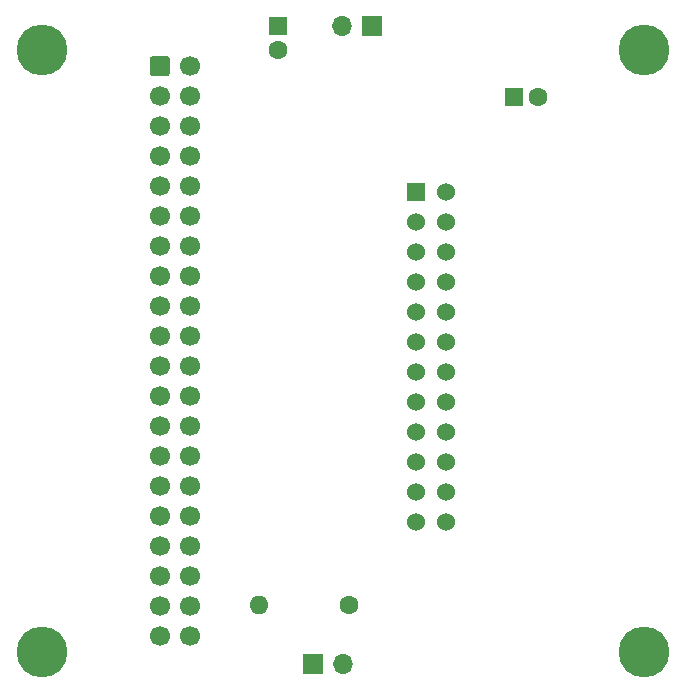
<source format=gbr>
%TF.GenerationSoftware,KiCad,Pcbnew,(5.1.10)-1*%
%TF.CreationDate,2021-09-06T21:49:58-04:00*%
%TF.ProjectId,3to4_Adapter,33746f34-5f41-4646-9170-7465722e6b69,v2*%
%TF.SameCoordinates,Original*%
%TF.FileFunction,Soldermask,Bot*%
%TF.FilePolarity,Negative*%
%FSLAX46Y46*%
G04 Gerber Fmt 4.6, Leading zero omitted, Abs format (unit mm)*
G04 Created by KiCad (PCBNEW (5.1.10)-1) date 2021-09-06 21:49:58*
%MOMM*%
%LPD*%
G01*
G04 APERTURE LIST*
%ADD10O,1.700000X1.700000*%
%ADD11R,1.700000X1.700000*%
%ADD12O,1.600000X1.600000*%
%ADD13C,1.600000*%
%ADD14R,1.600000X1.600000*%
%ADD15C,1.530000*%
%ADD16R,1.530000X1.530000*%
%ADD17C,4.300000*%
%ADD18C,1.700000*%
G04 APERTURE END LIST*
D10*
%TO.C,J4*%
X142460000Y-77000000D03*
D11*
X145000000Y-77000000D03*
%TD*%
D12*
%TO.C,R1*%
X135380000Y-126000000D03*
D13*
X143000000Y-126000000D03*
%TD*%
D10*
%TO.C,J3*%
X142540000Y-131000000D03*
D11*
X140000000Y-131000000D03*
%TD*%
D13*
%TO.C,C2*%
X159000000Y-83000000D03*
D14*
X157000000Y-83000000D03*
%TD*%
D13*
%TO.C,C1*%
X137000000Y-79000000D03*
D14*
X137000000Y-77000000D03*
%TD*%
D15*
%TO.C,J2*%
X151270000Y-118970000D03*
X148730000Y-118970000D03*
X151270000Y-116430000D03*
X148730000Y-116430000D03*
X151270000Y-113890000D03*
X148730000Y-113890000D03*
X151270000Y-111350000D03*
X148730000Y-111350000D03*
X151270000Y-108810000D03*
X148730000Y-108810000D03*
X151270000Y-106270000D03*
X148730000Y-106270000D03*
X151270000Y-103730000D03*
X148730000Y-103730000D03*
X151270000Y-101190000D03*
X148730000Y-101190000D03*
X151270000Y-98650000D03*
X148730000Y-98650000D03*
X151270000Y-96110000D03*
X148730000Y-96110000D03*
X151270000Y-93570000D03*
X148730000Y-93570000D03*
X151270000Y-91030000D03*
D16*
X148730000Y-91030000D03*
%TD*%
D17*
%TO.C,H4*%
X168000000Y-130000000D03*
%TD*%
%TO.C,H3*%
X168000000Y-79000000D03*
%TD*%
%TO.C,H2*%
X117000000Y-130000000D03*
%TD*%
%TO.C,H1*%
X117000000Y-79000000D03*
%TD*%
D18*
%TO.C,J1*%
X129540000Y-128660000D03*
X129540000Y-126120000D03*
X129540000Y-123580000D03*
X129540000Y-121040000D03*
X129540000Y-118500000D03*
X129540000Y-115960000D03*
X129540000Y-113420000D03*
X129540000Y-110880000D03*
X129540000Y-108340000D03*
X129540000Y-105800000D03*
X129540000Y-103260000D03*
X129540000Y-100720000D03*
X129540000Y-98180000D03*
X129540000Y-95640000D03*
X129540000Y-93100000D03*
X129540000Y-90560000D03*
X129540000Y-88020000D03*
X129540000Y-85480000D03*
X129540000Y-82940000D03*
X129540000Y-80400000D03*
X127000000Y-128660000D03*
X127000000Y-126120000D03*
X127000000Y-123580000D03*
X127000000Y-121040000D03*
X127000000Y-118500000D03*
X127000000Y-115960000D03*
X127000000Y-113420000D03*
X127000000Y-110880000D03*
X127000000Y-108340000D03*
X127000000Y-105800000D03*
X127000000Y-103260000D03*
X127000000Y-100720000D03*
X127000000Y-98180000D03*
X127000000Y-95640000D03*
X127000000Y-93100000D03*
X127000000Y-90560000D03*
X127000000Y-88020000D03*
X127000000Y-85480000D03*
X127000000Y-82940000D03*
G36*
G01*
X126150000Y-81000000D02*
X126150000Y-79800000D01*
G75*
G02*
X126400000Y-79550000I250000J0D01*
G01*
X127600000Y-79550000D01*
G75*
G02*
X127850000Y-79800000I0J-250000D01*
G01*
X127850000Y-81000000D01*
G75*
G02*
X127600000Y-81250000I-250000J0D01*
G01*
X126400000Y-81250000D01*
G75*
G02*
X126150000Y-81000000I0J250000D01*
G01*
G37*
%TD*%
M02*

</source>
